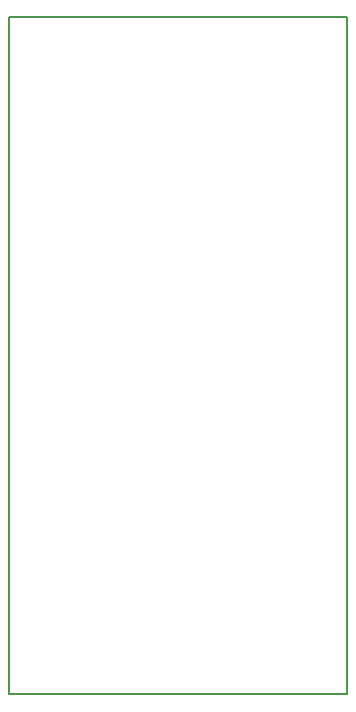
<source format=gbr>
G04 #@! TF.GenerationSoftware,KiCad,Pcbnew,5.0.2+dfsg1-1*
G04 #@! TF.CreationDate,2020-08-15T21:59:55-04:00*
G04 #@! TF.ProjectId,interceptor,696e7465-7263-4657-9074-6f722e6b6963,rev?*
G04 #@! TF.SameCoordinates,Original*
G04 #@! TF.FileFunction,Profile,NP*
%FSLAX46Y46*%
G04 Gerber Fmt 4.6, Leading zero omitted, Abs format (unit mm)*
G04 Created by KiCad (PCBNEW 5.0.2+dfsg1-1) date Sat 15 Aug 2020 09:59:55 PM EDT*
%MOMM*%
%LPD*%
G01*
G04 APERTURE LIST*
%ADD10C,0.150000*%
G04 APERTURE END LIST*
D10*
X130000000Y-130000000D02*
X158600000Y-130000000D01*
X158600000Y-130000000D02*
X158600000Y-72700000D01*
X158600000Y-72700000D02*
X130000000Y-72700000D01*
X130000000Y-72700000D02*
X130000000Y-130000000D01*
M02*

</source>
